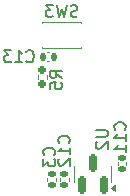
<source format=gbr>
G04 #@! TF.GenerationSoftware,KiCad,Pcbnew,8.0.6-8.0.6-0~ubuntu24.04.1*
G04 #@! TF.CreationDate,2024-10-23T13:15:14+03:00*
G04 #@! TF.ProjectId,imager_ILI9431,696d6167-6572-45f4-994c-49393433312e,rev?*
G04 #@! TF.SameCoordinates,Original*
G04 #@! TF.FileFunction,Legend,Bot*
G04 #@! TF.FilePolarity,Positive*
%FSLAX46Y46*%
G04 Gerber Fmt 4.6, Leading zero omitted, Abs format (unit mm)*
G04 Created by KiCad (PCBNEW 8.0.6-8.0.6-0~ubuntu24.04.1) date 2024-10-23 13:15:14*
%MOMM*%
%LPD*%
G01*
G04 APERTURE LIST*
G04 Aperture macros list*
%AMRoundRect*
0 Rectangle with rounded corners*
0 $1 Rounding radius*
0 $2 $3 $4 $5 $6 $7 $8 $9 X,Y pos of 4 corners*
0 Add a 4 corners polygon primitive as box body*
4,1,4,$2,$3,$4,$5,$6,$7,$8,$9,$2,$3,0*
0 Add four circle primitives for the rounded corners*
1,1,$1+$1,$2,$3*
1,1,$1+$1,$4,$5*
1,1,$1+$1,$6,$7*
1,1,$1+$1,$8,$9*
0 Add four rect primitives between the rounded corners*
20,1,$1+$1,$2,$3,$4,$5,0*
20,1,$1+$1,$4,$5,$6,$7,0*
20,1,$1+$1,$6,$7,$8,$9,0*
20,1,$1+$1,$8,$9,$2,$3,0*%
G04 Aperture macros list end*
%ADD10C,0.150000*%
%ADD11C,0.120000*%
%ADD12R,1.700000X1.700000*%
%ADD13O,1.700000X1.700000*%
%ADD14RoundRect,0.150000X0.150000X-0.587500X0.150000X0.587500X-0.150000X0.587500X-0.150000X-0.587500X0*%
%ADD15RoundRect,0.140000X-0.170000X0.140000X-0.170000X-0.140000X0.170000X-0.140000X0.170000X0.140000X0*%
%ADD16RoundRect,0.140000X0.170000X-0.140000X0.170000X0.140000X-0.170000X0.140000X-0.170000X-0.140000X0*%
%ADD17R,0.550000X1.500000*%
%ADD18RoundRect,0.160000X0.160000X-0.197500X0.160000X0.197500X-0.160000X0.197500X-0.160000X-0.197500X0*%
%ADD19RoundRect,0.140000X-0.140000X-0.170000X0.140000X-0.170000X0.140000X0.170000X-0.140000X0.170000X0*%
G04 APERTURE END LIST*
D10*
X108704819Y-107638095D02*
X109514342Y-107638095D01*
X109514342Y-107638095D02*
X109609580Y-107685714D01*
X109609580Y-107685714D02*
X109657200Y-107733333D01*
X109657200Y-107733333D02*
X109704819Y-107828571D01*
X109704819Y-107828571D02*
X109704819Y-108019047D01*
X109704819Y-108019047D02*
X109657200Y-108114285D01*
X109657200Y-108114285D02*
X109609580Y-108161904D01*
X109609580Y-108161904D02*
X109514342Y-108209523D01*
X109514342Y-108209523D02*
X108704819Y-108209523D01*
X108800057Y-108638095D02*
X108752438Y-108685714D01*
X108752438Y-108685714D02*
X108704819Y-108780952D01*
X108704819Y-108780952D02*
X108704819Y-109019047D01*
X108704819Y-109019047D02*
X108752438Y-109114285D01*
X108752438Y-109114285D02*
X108800057Y-109161904D01*
X108800057Y-109161904D02*
X108895295Y-109209523D01*
X108895295Y-109209523D02*
X108990533Y-109209523D01*
X108990533Y-109209523D02*
X109133390Y-109161904D01*
X109133390Y-109161904D02*
X109704819Y-108590476D01*
X109704819Y-108590476D02*
X109704819Y-109209523D01*
X111159580Y-107607142D02*
X111207200Y-107559523D01*
X111207200Y-107559523D02*
X111254819Y-107416666D01*
X111254819Y-107416666D02*
X111254819Y-107321428D01*
X111254819Y-107321428D02*
X111207200Y-107178571D01*
X111207200Y-107178571D02*
X111111961Y-107083333D01*
X111111961Y-107083333D02*
X111016723Y-107035714D01*
X111016723Y-107035714D02*
X110826247Y-106988095D01*
X110826247Y-106988095D02*
X110683390Y-106988095D01*
X110683390Y-106988095D02*
X110492914Y-107035714D01*
X110492914Y-107035714D02*
X110397676Y-107083333D01*
X110397676Y-107083333D02*
X110302438Y-107178571D01*
X110302438Y-107178571D02*
X110254819Y-107321428D01*
X110254819Y-107321428D02*
X110254819Y-107416666D01*
X110254819Y-107416666D02*
X110302438Y-107559523D01*
X110302438Y-107559523D02*
X110350057Y-107607142D01*
X111254819Y-108559523D02*
X111254819Y-107988095D01*
X111254819Y-108273809D02*
X110254819Y-108273809D01*
X110254819Y-108273809D02*
X110397676Y-108178571D01*
X110397676Y-108178571D02*
X110492914Y-108083333D01*
X110492914Y-108083333D02*
X110540533Y-107988095D01*
X111254819Y-109511904D02*
X111254819Y-108940476D01*
X111254819Y-109226190D02*
X110254819Y-109226190D01*
X110254819Y-109226190D02*
X110397676Y-109130952D01*
X110397676Y-109130952D02*
X110492914Y-109035714D01*
X110492914Y-109035714D02*
X110540533Y-108940476D01*
X105159580Y-109733333D02*
X105207200Y-109685714D01*
X105207200Y-109685714D02*
X105254819Y-109542857D01*
X105254819Y-109542857D02*
X105254819Y-109447619D01*
X105254819Y-109447619D02*
X105207200Y-109304762D01*
X105207200Y-109304762D02*
X105111961Y-109209524D01*
X105111961Y-109209524D02*
X105016723Y-109161905D01*
X105016723Y-109161905D02*
X104826247Y-109114286D01*
X104826247Y-109114286D02*
X104683390Y-109114286D01*
X104683390Y-109114286D02*
X104492914Y-109161905D01*
X104492914Y-109161905D02*
X104397676Y-109209524D01*
X104397676Y-109209524D02*
X104302438Y-109304762D01*
X104302438Y-109304762D02*
X104254819Y-109447619D01*
X104254819Y-109447619D02*
X104254819Y-109542857D01*
X104254819Y-109542857D02*
X104302438Y-109685714D01*
X104302438Y-109685714D02*
X104350057Y-109733333D01*
X104254819Y-110066667D02*
X104254819Y-110685714D01*
X104254819Y-110685714D02*
X104635771Y-110352381D01*
X104635771Y-110352381D02*
X104635771Y-110495238D01*
X104635771Y-110495238D02*
X104683390Y-110590476D01*
X104683390Y-110590476D02*
X104731009Y-110638095D01*
X104731009Y-110638095D02*
X104826247Y-110685714D01*
X104826247Y-110685714D02*
X105064342Y-110685714D01*
X105064342Y-110685714D02*
X105159580Y-110638095D01*
X105159580Y-110638095D02*
X105207200Y-110590476D01*
X105207200Y-110590476D02*
X105254819Y-110495238D01*
X105254819Y-110495238D02*
X105254819Y-110209524D01*
X105254819Y-110209524D02*
X105207200Y-110114286D01*
X105207200Y-110114286D02*
X105159580Y-110066667D01*
X106409580Y-108732142D02*
X106457200Y-108684523D01*
X106457200Y-108684523D02*
X106504819Y-108541666D01*
X106504819Y-108541666D02*
X106504819Y-108446428D01*
X106504819Y-108446428D02*
X106457200Y-108303571D01*
X106457200Y-108303571D02*
X106361961Y-108208333D01*
X106361961Y-108208333D02*
X106266723Y-108160714D01*
X106266723Y-108160714D02*
X106076247Y-108113095D01*
X106076247Y-108113095D02*
X105933390Y-108113095D01*
X105933390Y-108113095D02*
X105742914Y-108160714D01*
X105742914Y-108160714D02*
X105647676Y-108208333D01*
X105647676Y-108208333D02*
X105552438Y-108303571D01*
X105552438Y-108303571D02*
X105504819Y-108446428D01*
X105504819Y-108446428D02*
X105504819Y-108541666D01*
X105504819Y-108541666D02*
X105552438Y-108684523D01*
X105552438Y-108684523D02*
X105600057Y-108732142D01*
X106504819Y-109684523D02*
X106504819Y-109113095D01*
X106504819Y-109398809D02*
X105504819Y-109398809D01*
X105504819Y-109398809D02*
X105647676Y-109303571D01*
X105647676Y-109303571D02*
X105742914Y-109208333D01*
X105742914Y-109208333D02*
X105790533Y-109113095D01*
X105600057Y-110065476D02*
X105552438Y-110113095D01*
X105552438Y-110113095D02*
X105504819Y-110208333D01*
X105504819Y-110208333D02*
X105504819Y-110446428D01*
X105504819Y-110446428D02*
X105552438Y-110541666D01*
X105552438Y-110541666D02*
X105600057Y-110589285D01*
X105600057Y-110589285D02*
X105695295Y-110636904D01*
X105695295Y-110636904D02*
X105790533Y-110636904D01*
X105790533Y-110636904D02*
X105933390Y-110589285D01*
X105933390Y-110589285D02*
X106504819Y-110017857D01*
X106504819Y-110017857D02*
X106504819Y-110636904D01*
X107138332Y-98017200D02*
X106995475Y-98064819D01*
X106995475Y-98064819D02*
X106757380Y-98064819D01*
X106757380Y-98064819D02*
X106662142Y-98017200D01*
X106662142Y-98017200D02*
X106614523Y-97969580D01*
X106614523Y-97969580D02*
X106566904Y-97874342D01*
X106566904Y-97874342D02*
X106566904Y-97779104D01*
X106566904Y-97779104D02*
X106614523Y-97683866D01*
X106614523Y-97683866D02*
X106662142Y-97636247D01*
X106662142Y-97636247D02*
X106757380Y-97588628D01*
X106757380Y-97588628D02*
X106947856Y-97541009D01*
X106947856Y-97541009D02*
X107043094Y-97493390D01*
X107043094Y-97493390D02*
X107090713Y-97445771D01*
X107090713Y-97445771D02*
X107138332Y-97350533D01*
X107138332Y-97350533D02*
X107138332Y-97255295D01*
X107138332Y-97255295D02*
X107090713Y-97160057D01*
X107090713Y-97160057D02*
X107043094Y-97112438D01*
X107043094Y-97112438D02*
X106947856Y-97064819D01*
X106947856Y-97064819D02*
X106709761Y-97064819D01*
X106709761Y-97064819D02*
X106566904Y-97112438D01*
X106233570Y-97064819D02*
X105995475Y-98064819D01*
X105995475Y-98064819D02*
X105804999Y-97350533D01*
X105804999Y-97350533D02*
X105614523Y-98064819D01*
X105614523Y-98064819D02*
X105376428Y-97064819D01*
X105090713Y-97064819D02*
X104471666Y-97064819D01*
X104471666Y-97064819D02*
X104804999Y-97445771D01*
X104804999Y-97445771D02*
X104662142Y-97445771D01*
X104662142Y-97445771D02*
X104566904Y-97493390D01*
X104566904Y-97493390D02*
X104519285Y-97541009D01*
X104519285Y-97541009D02*
X104471666Y-97636247D01*
X104471666Y-97636247D02*
X104471666Y-97874342D01*
X104471666Y-97874342D02*
X104519285Y-97969580D01*
X104519285Y-97969580D02*
X104566904Y-98017200D01*
X104566904Y-98017200D02*
X104662142Y-98064819D01*
X104662142Y-98064819D02*
X104947856Y-98064819D01*
X104947856Y-98064819D02*
X105043094Y-98017200D01*
X105043094Y-98017200D02*
X105090713Y-97969580D01*
X105844819Y-103223333D02*
X105368628Y-102890000D01*
X105844819Y-102651905D02*
X104844819Y-102651905D01*
X104844819Y-102651905D02*
X104844819Y-103032857D01*
X104844819Y-103032857D02*
X104892438Y-103128095D01*
X104892438Y-103128095D02*
X104940057Y-103175714D01*
X104940057Y-103175714D02*
X105035295Y-103223333D01*
X105035295Y-103223333D02*
X105178152Y-103223333D01*
X105178152Y-103223333D02*
X105273390Y-103175714D01*
X105273390Y-103175714D02*
X105321009Y-103128095D01*
X105321009Y-103128095D02*
X105368628Y-103032857D01*
X105368628Y-103032857D02*
X105368628Y-102651905D01*
X104844819Y-104128095D02*
X104844819Y-103651905D01*
X104844819Y-103651905D02*
X105321009Y-103604286D01*
X105321009Y-103604286D02*
X105273390Y-103651905D01*
X105273390Y-103651905D02*
X105225771Y-103747143D01*
X105225771Y-103747143D02*
X105225771Y-103985238D01*
X105225771Y-103985238D02*
X105273390Y-104080476D01*
X105273390Y-104080476D02*
X105321009Y-104128095D01*
X105321009Y-104128095D02*
X105416247Y-104175714D01*
X105416247Y-104175714D02*
X105654342Y-104175714D01*
X105654342Y-104175714D02*
X105749580Y-104128095D01*
X105749580Y-104128095D02*
X105797200Y-104080476D01*
X105797200Y-104080476D02*
X105844819Y-103985238D01*
X105844819Y-103985238D02*
X105844819Y-103747143D01*
X105844819Y-103747143D02*
X105797200Y-103651905D01*
X105797200Y-103651905D02*
X105749580Y-103604286D01*
X102832857Y-101799580D02*
X102880476Y-101847200D01*
X102880476Y-101847200D02*
X103023333Y-101894819D01*
X103023333Y-101894819D02*
X103118571Y-101894819D01*
X103118571Y-101894819D02*
X103261428Y-101847200D01*
X103261428Y-101847200D02*
X103356666Y-101751961D01*
X103356666Y-101751961D02*
X103404285Y-101656723D01*
X103404285Y-101656723D02*
X103451904Y-101466247D01*
X103451904Y-101466247D02*
X103451904Y-101323390D01*
X103451904Y-101323390D02*
X103404285Y-101132914D01*
X103404285Y-101132914D02*
X103356666Y-101037676D01*
X103356666Y-101037676D02*
X103261428Y-100942438D01*
X103261428Y-100942438D02*
X103118571Y-100894819D01*
X103118571Y-100894819D02*
X103023333Y-100894819D01*
X103023333Y-100894819D02*
X102880476Y-100942438D01*
X102880476Y-100942438D02*
X102832857Y-100990057D01*
X101880476Y-101894819D02*
X102451904Y-101894819D01*
X102166190Y-101894819D02*
X102166190Y-100894819D01*
X102166190Y-100894819D02*
X102261428Y-101037676D01*
X102261428Y-101037676D02*
X102356666Y-101132914D01*
X102356666Y-101132914D02*
X102451904Y-101180533D01*
X101547142Y-100894819D02*
X100928095Y-100894819D01*
X100928095Y-100894819D02*
X101261428Y-101275771D01*
X101261428Y-101275771D02*
X101118571Y-101275771D01*
X101118571Y-101275771D02*
X101023333Y-101323390D01*
X101023333Y-101323390D02*
X100975714Y-101371009D01*
X100975714Y-101371009D02*
X100928095Y-101466247D01*
X100928095Y-101466247D02*
X100928095Y-101704342D01*
X100928095Y-101704342D02*
X100975714Y-101799580D01*
X100975714Y-101799580D02*
X101023333Y-101847200D01*
X101023333Y-101847200D02*
X101118571Y-101894819D01*
X101118571Y-101894819D02*
X101404285Y-101894819D01*
X101404285Y-101894819D02*
X101499523Y-101847200D01*
X101499523Y-101847200D02*
X101547142Y-101799580D01*
D11*
X106892500Y-110710000D02*
X106892500Y-111360000D01*
X106892500Y-112010000D02*
X106892500Y-111360000D01*
X110012500Y-110710000D02*
X110012500Y-111360000D01*
X110012500Y-112010000D02*
X110012500Y-111360000D01*
X110292500Y-112762500D02*
X109962500Y-112522500D01*
X110292500Y-112282500D01*
X110292500Y-112762500D01*
G36*
X110292500Y-112762500D02*
G01*
X109962500Y-112522500D01*
X110292500Y-112282500D01*
X110292500Y-112762500D01*
G37*
X110540000Y-110587836D02*
X110540000Y-110372164D01*
X111260000Y-110587836D02*
X111260000Y-110372164D01*
X104610000Y-111712164D02*
X104610000Y-111927836D01*
X105330000Y-111712164D02*
X105330000Y-111927836D01*
X105690000Y-111702164D02*
X105690000Y-111917836D01*
X106410000Y-111702164D02*
X106410000Y-111917836D01*
X104185000Y-98490000D02*
X107425000Y-98490000D01*
X104185000Y-98590000D02*
X104185000Y-98490000D01*
X104185000Y-100730000D02*
X104185000Y-100630000D01*
X104185000Y-100730000D02*
X107425000Y-100730000D01*
X107425000Y-98590000D02*
X107425000Y-98490000D01*
X107425000Y-100730000D02*
X107425000Y-100630000D01*
X103800000Y-103012379D02*
X103800000Y-103347621D01*
X104560000Y-103012379D02*
X104560000Y-103347621D01*
X104777836Y-101060000D02*
X104562164Y-101060000D01*
X104777836Y-101780000D02*
X104562164Y-101780000D01*
%LPC*%
D12*
X94530000Y-112675000D03*
D13*
X94530000Y-115215000D03*
D12*
X113370000Y-109945000D03*
D13*
X113370000Y-112485000D03*
D12*
X98180000Y-116090000D03*
D13*
X100720000Y-116090000D03*
X103260000Y-116090000D03*
X105800000Y-116090000D03*
X108340000Y-116090000D03*
X110880000Y-116090000D03*
X113420000Y-116090000D03*
D12*
X100730000Y-112520000D03*
D13*
X98190000Y-112520000D03*
D12*
X113300000Y-94280000D03*
D13*
X113300000Y-96820000D03*
X113300000Y-99360000D03*
X113300000Y-101900000D03*
D14*
X109402500Y-112297500D03*
X107502500Y-112297500D03*
X108452500Y-110422500D03*
D15*
X110900000Y-110000000D03*
X110900000Y-110960000D03*
D16*
X104970000Y-112300000D03*
X104970000Y-111340000D03*
X106050000Y-112290000D03*
X106050000Y-111330000D03*
D17*
X107430000Y-99610000D03*
X104180000Y-99610000D03*
D18*
X104180000Y-103777500D03*
X104180000Y-102582500D03*
D19*
X104190000Y-101420000D03*
X105150000Y-101420000D03*
%LPD*%
M02*

</source>
